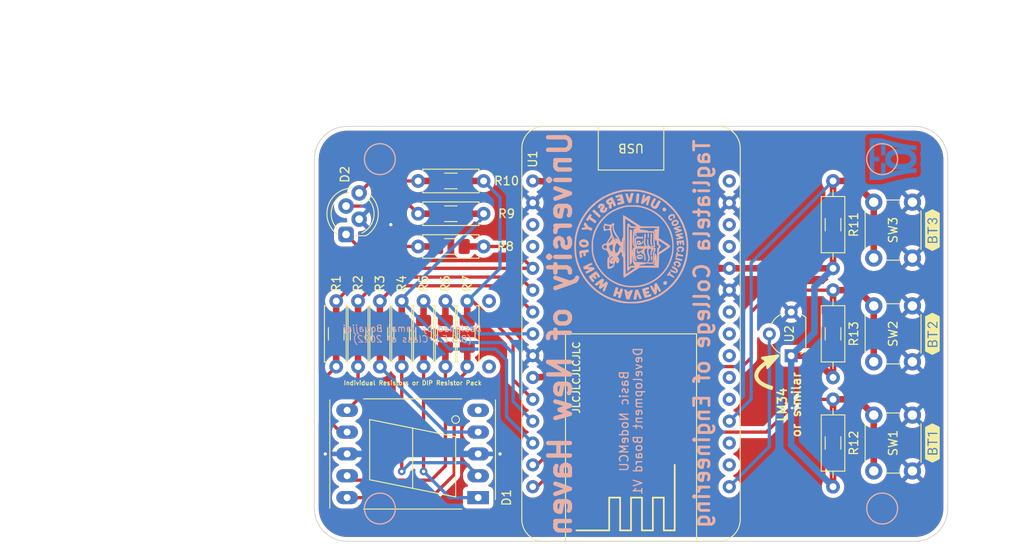
<source format=kicad_pcb>
(kicad_pcb (version 20210228) (generator pcbnew)
  (layers (0 "F.Cu" signal) (31 "B.Cu" signal) (34 "B.Paste" user) (35 "F.Paste" user) (36 "B.SilkS" user "B.Silkscreen") (37 "F.SilkS" user "F.Silkscreen") (38 "B.Mask" user) (39 "F.Mask" user) (44 "Edge.Cuts" user))
  (net 0 "")
  (net 1 "Net-(D1-Pad4)")
  (net 2 "+3V3")
  (net 3 "/BT2")
  (net 4 "/BT1")
  (net 5 "/SEGG")
  (net 6 "/SEGF")
  (net 7 "/SEGE")
  (net 8 "/SEGD")
  (net 9 "/SEGC")
  (net 10 "/SEGB")
  (net 11 "/SEGA")
  (net 12 "GND")
  (net 13 "Net-(D1-Pad2)")
  (net 22 "/TEMP")
  (net 23 "Net-(D1-Pad1)")
  (net 27 "Net-(D1-Pad9)")
  (net 28 "Net-(D1-Pad10)")
  (net 29 "Net-(D2-Pad1)")
  (net 30 "Net-(D2-Pad3)")
  (net 33 "Net-(D2-Pad4)")
  (net 34 "/BT3")
  (net 35 "Net-(D1-Pad7)")
  (net 36 "Net-(D1-Pad6)")
  (footprint "Resistor_SMD:R_1206_3216Metric_Pad1.30x1.75mm_HandSolder" (layer "F.Cu") (at 182.88 51.435 -90)
    (fp_text reference "SMD-R7" hide)
    (fp_text value "1k")
    (pad "1" smd roundrect (at -1.55 0 270) (size 1.3 1.75) (layers "F.Cu" "F.Paste" "F.Mask") (roundrect_rratio 0.1923076923076923) (net 5 "/SEGG"))
    (pad "2" smd roundrect (at 1.55 0 270) (size 1.3 1.75) (layers "F.Cu" "F.Paste" "F.Mask") (roundrect_rratio 0.1923076923076923) (net 28 "Net-(D1-Pad10)"))
  )
  (footprint "Resistor_THT:R_Axial_DIN0207_L6.3mm_D2.5mm_P7.62mm_Horizontal" (layer "F.Cu") (at 184.785 33.655 180)
    (fp_text reference "R10" (at -2.667 0 180) (layer "F.SilkS"))
    (fp_text value "1k")
    (pad "1" thru_hole circle (at 0 0 180) (size 1.6 1.6) (drill 0.8) (layers *.Cu *.Mask) (net 5 "/SEGG"))
    (pad "2" thru_hole oval (at 7.62 0 180) (size 1.6 1.6) (drill 0.8) (layers *.Cu *.Mask) (net 33 "Net-(D2-Pad4)"))
  )
  (footprint "Resistor_THT:R_Axial_DIN0207_L6.3mm_D2.5mm_P7.62mm_Horizontal" (layer "F.Cu") (at 182.88 47.625 -90)
    (fp_text reference "R7" (at -2.032 0 90) (layer "F.SilkS"))
    (fp_text value "1k")
    (pad "1" thru_hole circle (at 0 0 270) (size 1.6 1.6) (drill 0.8) (layers *.Cu *.Mask) (net 5 "/SEGG"))
    (pad "2" thru_hole oval (at 7.62 0 270) (size 1.6 1.6) (drill 0.8) (layers *.Cu *.Mask) (net 28 "Net-(D1-Pad10)"))
  )
  (footprint "TestPoint:TestPoint_THTPad_D1.5mm_Drill0.7mm" (layer "F.Cu") (at 185.42 47.625)
    (fp_text reference "REF**" hide)
    (fp_text value "TestPoint_THTPad_D1.5mm_Drill0.7mm" hide)
    (pad "1" thru_hole circle (at 0 0) (size 1.6 1.6) (drill 0.8) (layers *.Cu *.Mask))
  )
  (footprint "Resistor_THT:R_Axial_DIN0207_L6.3mm_D2.5mm_P7.62mm_Horizontal" (layer "F.Cu") (at 175.26 47.625 -90)
    (fp_text reference "R4" (at -2.032 0 90) (layer "F.SilkS"))
    (fp_text value "1k")
    (pad "1" thru_hole circle (at 0 0 270) (size 1.6 1.6) (drill 0.8) (layers *.Cu *.Mask) (net 8 "/SEGD"))
    (pad "2" thru_hole oval (at 7.62 0 270) (size 1.6 1.6) (drill 0.8) (layers *.Cu *.Mask) (net 13 "Net-(D1-Pad2)"))
  )
  (footprint "Resistor_THT:R_Axial_DIN0207_L6.3mm_D2.5mm_P7.62mm_Horizontal" (layer "F.Cu") (at 172.72 47.625 -90)
    (fp_text reference "R3" (at -2.032 0 90) (layer "F.SilkS"))
    (fp_text value "1k")
    (pad "1" thru_hole circle (at 0 0 270) (size 1.6 1.6) (drill 0.8) (layers *.Cu *.Mask) (net 9 "/SEGC"))
    (pad "2" thru_hole oval (at 7.62 0 270) (size 1.6 1.6) (drill 0.8) (layers *.Cu *.Mask) (net 1 "Net-(D1-Pad4)"))
  )
  (footprint "buzzardLabel" (layer "F.Cu") (at 236.982 64.135 90)
    (fp_text reference "" (at 0 -8.89 90) (layer "F.SilkS") (effects (font (size 1.27 1.27))))
    (fp_text value "" (at 0 -8.89 90) (layer "F.SilkS") (effects (font (size 1.27 1.27))))
  )
  (footprint "Logo:NPN_6x6mm" (layer "F.Cu") (at 219.71 31.115 90)
    (fp_text reference "Ref**" hide)
    (fp_text value "Val**" hide)
  )
  (footprint "Resistor_THT:R_Axial_DIN0207_L6.3mm_D2.5mm_P7.62mm_Horizontal" (layer "F.Cu") (at 180.34 47.625 -90)
    (fp_text reference "R6" (at -2.032 0 90) (layer "F.SilkS"))
    (fp_text value "1k")
    (pad "1" thru_hole circle (at 0 0 270) (size 1.6 1.6) (drill 0.8) (layers *.Cu *.Mask) (net 6 "/SEGF"))
    (pad "2" thru_hole oval (at 7.62 0 270) (size 1.6 1.6) (drill 0.8) (layers *.Cu *.Mask) (net 27 "Net-(D1-Pad9)"))
  )
  (footprint "Resistor_THT:R_Axial_DIN0207_L6.3mm_D2.5mm_P7.62mm_Horizontal" (layer "F.Cu") (at 177.8 47.625 -90)
    (fp_text reference "R5" (at -2.032 0 90) (layer "F.SilkS"))
    (fp_text value "1k")
    (pad "1" thru_hole circle (at 0 0 270) (size 1.6 1.6) (drill 0.8) (layers *.Cu *.Mask) (net 7 "/SEGE"))
    (pad "2" thru_hole oval (at 7.62 0 270) (size 1.6 1.6) (drill 0.8) (layers *.Cu *.Mask) (net 23 "Net-(D1-Pad1)"))
  )
  (footprint "Package_TO_SOT_THT:TO-92L_Wide" (layer "F.Cu") (at 220.5575 53.985 90)
    (fp_text reference "U2" (at 2.55 -0.2125 90) (layer "F.SilkS"))
    (fp_text value "LM35-LP")
    (pad "1" thru_hole rect (at 0 0 90) (size 1.5 1.5) (drill 0.8) (layers *.Cu *.Mask) (net 2 "+3V3"))
    (pad "2" thru_hole circle (at 2.54 -2.54 90) (size 1.5 1.5) (drill 0.8) (layers *.Cu *.Mask) (net 22 "/TEMP"))
    (pad "3" thru_hole circle (at 5.08 0 90) (size 1.5 1.5) (drill 0.8) (layers *.Cu *.Mask) (net 12 "GND"))
  )
  (footprint "Resistor_THT:R_Axial_DIN0207_L6.3mm_D2.5mm_P7.62mm_Horizontal" (layer "F.Cu") (at 167.64 47.625 -90)
    (fp_text reference "R1" (at -2.032 0 90) (layer "F.SilkS"))
    (fp_text value "1k")
    (pad "1" thru_hole circle (at 0 0 270) (size 1.6 1.6) (drill 0.8) (layers *.Cu *.Mask) (net 11 "/SEGA"))
    (pad "2" thru_hole oval (at 7.62 0 270) (size 1.6 1.6) (drill 0.8) (layers *.Cu *.Mask) (net 35 "Net-(D1-Pad7)"))
  )
  (footprint "TestPoint:TestPoint_THTPad_D1.5mm_Drill0.7mm" (layer "F.Cu") (at 185.42 55.245)
    (fp_text reference "REF**" hide)
    (fp_text value "TestPoint_THTPad_D1.5mm_Drill0.7mm" hide)
    (pad "1" thru_hole circle (at 0 0) (size 1.6 1.6) (drill 0.8) (layers *.Cu *.Mask))
  )
  (footprint "Resistor_SMD:R_1206_3216Metric_Pad1.30x1.75mm_HandSolder" (layer "F.Cu") (at 180.975 37.465 180)
    (fp_text reference "SMD-R9" hide)
    (fp_text value "1k")
    (pad "1" smd roundrect (at -1.55 0 180) (size 1.3 1.75) (layers "F.Cu" "F.Paste" "F.Mask") (roundrect_rratio 0.1923076923076923) (net 8 "/SEGD"))
    (pad "2" smd roundrect (at 1.55 0 180) (size 1.3 1.75) (layers "F.Cu" "F.Paste" "F.Mask") (roundrect_rratio 0.1923076923076923) (net 30 "Net-(D2-Pad3)"))
  )
  (footprint "Resistor_THT:R_Axial_DIN0207_L6.3mm_D2.5mm_P10.16mm_Horizontal" (layer "F.Cu") (at 225.425 69.215 90)
    (fp_text reference "R12" (at 5.08 2.413 90) (layer "F.SilkS"))
    (fp_text value "1k")
    (pad "1" thru_hole circle (at 0 0 90) (size 1.6 1.6) (drill 0.8) (layers *.Cu *.Mask) (net 2 "+3V3"))
    (pad "2" thru_hole oval (at 10.16 0 90) (size 1.6 1.6) (drill 0.8) (layers *.Cu *.Mask) (net 4 "/BT1"))
  )
  (footprint "Resistor_THT:R_Axial_DIN0207_L6.3mm_D2.5mm_P7.62mm_Horizontal" (layer "F.Cu") (at 184.785 37.465 180)
    (fp_text reference "R9" (at -2.667 0) (layer "F.SilkS"))
    (fp_text value "1k")
    (pad "1" thru_hole circle (at 0 0 180) (size 1.6 1.6) (drill 0.8) (layers *.Cu *.Mask) (net 8 "/SEGD"))
    (pad "2" thru_hole oval (at 7.62 0 180) (size 1.6 1.6) (drill 0.8) (layers *.Cu *.Mask) (net 30 "Net-(D2-Pad3)"))
  )
  (footprint "Resistor_SMD:R_1206_3216Metric_Pad1.30x1.75mm_HandSolder" (layer "F.Cu") (at 175.26 51.435 -90)
    (fp_text reference "SMD-R4" hide)
    (fp_text value "1k")
    (pad "1" smd roundrect (at -1.55 0 270) (size 1.3 1.75) (layers "F.Cu" "F.Paste" "F.Mask") (roundrect_rratio 0.1923076923076923) (net 8 "/SEGD"))
    (pad "2" smd roundrect (at 1.55 0 270) (size 1.3 1.75) (layers "F.Cu" "F.Paste" "F.Mask") (roundrect_rratio 0.1923076923076923) (net 13 "Net-(D1-Pad2)"))
  )
  (footprint "Resistor_SMD:R_1206_3216Metric_Pad1.30x1.75mm_HandSolder" (layer "F.Cu") (at 177.8 51.435 -90)
    (fp_text reference "SMD-R5" hide)
    (fp_text value "1k")
    (pad "1" smd roundrect (at -1.55 0 270) (size 1.3 1.75) (layers "F.Cu" "F.Paste" "F.Mask") (roundrect_rratio 0.1923076923076923) (net 7 "/SEGE"))
    (pad "2" smd roundrect (at 1.55 0 270) (size 1.3 1.75) (layers "F.Cu" "F.Paste" "F.Mask") (roundrect_rratio 0.1923076923076923) (net 23 "Net-(D1-Pad1)"))
  )
  (footprint "Resistor_SMD:R_1206_3216Metric_Pad1.30x1.75mm_HandSolder" (layer "F.Cu") (at 170.18 51.435 -90)
    (fp_text reference "SMD-R2" hide)
    (fp_text value "1k")
    (pad "1" smd roundrect (at -1.55 0 270) (size 1.3 1.75) (layers "F.Cu" "F.Paste" "F.Mask") (roundrect_rratio 0.1923076923076923) (net 10 "/SEGB"))
    (pad "2" smd roundrect (at 1.55 0 270) (size 1.3 1.75) (layers "F.Cu" "F.Paste" "F.Mask") (roundrect_rratio 0.1923076923076923) (net 36 "Net-(D1-Pad6)"))
  )
  (footprint "Resistor_SMD:R_1206_3216Metric_Pad1.30x1.75mm_HandSolder" (layer "F.Cu") (at 172.72 51.435 -90)
    (fp_text reference "SMD-R3" hide)
    (fp_text value "1k")
    (pad "1" smd roundrect (at -1.55 0 270) (size 1.3 1.75) (layers "F.Cu" "F.Paste" "F.Mask") (roundrect_rratio 0.1923076923076923) (net 9 "/SEGC"))
    (pad "2" smd roundrect (at 1.55 0 270) (size 1.3 1.75) (layers "F.Cu" "F.Paste" "F.Mask") (roundrect_rratio 0.1923076923076923) (net 1 "Net-(D1-Pad4)"))
  )
  (footprint "Resistor_SMD:R_1206_3216Metric_Pad1.30x1.75mm_HandSolder" (layer "F.Cu") (at 225.425 64.135 -90)
    (fp_text reference "SMD-R12" hide)
    (fp_text value "1k")
    (pad "1" smd roundrect (at -1.55 0 270) (size 1.3 1.75) (layers "F.Cu" "F.Paste" "F.Mask") (roundrect_rratio 0.1923076923076923) (net 4 "/BT1"))
    (pad "2" smd roundrect (at 1.55 0 270) (size 1.3 1.75) (layers "F.Cu" "F.Paste" "F.Mask") (roundrect_rratio 0.1923076923076923) (net 2 "+3V3"))
  )
  (footprint "NodeMCU:NodeMCU V2" (layer "F.Cu") (at 201.93 51.435 180)
    (fp_text reference "U1" (at 11.43 20.32 90 unlocked) (layer "F.SilkS"))
    (fp_text value "NodeMCU_1.0_(ESP-12E)")
    (pad "1" thru_hole circle (at -11.43 -17.78 180) (size 1.524 1.524) (drill 0.762) (layers *.Cu *.Mask) (net 22 "/TEMP"))
    (pad "2" thru_hole circle (at -11.43 -15.24 180) (size 1.524 1.524) (drill 0.762) (layers *.Cu *.Mask))
    (pad "3" thru_hole circle (at -11.43 -12.7 180) (size 1.524 1.524) (drill 0.762) (layers *.Cu *.Mask))
    (pad "4" thru_hole circle (at -11.43 -10.16 180) (size 1.524 1.524) (drill 0.762) (layers *.Cu *.Mask) (net 34 "/BT3"))
    (pad "5" thru_hole circle (at -11.43 -7.62 180) (size 1.524 1.524) (drill 0.762) (layers *.Cu *.Mask))
    (pad "6" thru_hole circle (at -11.43 -5.08 180) (size 1.524 1.524) (drill 0.762) (layers *.Cu *.Mask))
    (pad "7" thru_hole circle (at -11.43 -2.54 180) (size 1.524 1.524) (drill 0.762) (layers *.Cu *.Mask))
    (pad "8" thru_hole circle (at -11.43 0 180) (size 1.524 1.524) (drill 0.762) (layers *.Cu *.Mask))
    (pad "9" thru_hole circle (at -11.43 2.54 180) (size 1.524 1.524) (drill 0.762) (layers *.Cu *.Mask))
    (pad "10" thru_hole circle (at -11.43 5.08 180) (size 1.524 1.524) (drill 0.762) (layers *.Cu *.Mask) (net 12 "GND"))
    (pad "11" thru_hole circle (at -11.43 7.62 180) (size 1.524 1.524) (drill 0.762) (layers *.Cu *.Mask) (net 2 "+3V3"))
    (pad "12" thru_hole circle (at -11.43 10.16 180) (size 1.524 1.524) (drill 0.762) (layers *.Cu *.Mask))
    (pad "13" thru_hole circle (at -11.43 12.7 180) (size 1.524 1.524) (drill 0.762) (layers *.Cu *.Mask))
    (pad "14" thru_hole circle (at -11.43 15.24 180) (size 1.524 1.524) (drill 0.762) (layers *.Cu *.Mask) (net 12 "GND"))
    (pad "15" thru_hole circle (at -11.43 17.78 180) (size 1.524 1.524) (drill 0.762) (layers *.Cu *.Mask))
    (pad "16" thru_hole circle (at 11.43 17.78 180) (size 1.524 1.524) (drill 0.762) (layers *.Cu *.Mask) (net 2 "+3V3"))
    (pad "17" thru_hole circle (at 11.43 15.24 180) (size 1.524 1.524) (drill 0.762) (layers *.Cu *.Mask) (net 12 "GND"))
    (pad "18" thru_hole circle (at 11.43 12.7 180) (size 1.524 1.524) (drill 0.762) (layers *.Cu *.Mask))
    (pad "19" thru_hole circle (at 11.43 10.16 180) (size 1.524 1.524) (drill 0.762) (layers *.Cu *.Mask))
    (pad "20" thru_hole circle (at 11.43 7.62 180) (size 1.524 1.524) (drill 0.762) (layers *.Cu *.Mask) (net 11 "/SEGA"))
    (pad "21" thru_hole circle (at 11.43 5.08 180) (size 1.524 1.524) (drill 0.762) (layers *.Cu *.Mask) (net 10 "/SEGB"))
    (pad "22" thru_hole circle (at 11.43 2.54 180) (size 1.524 1.524) (drill 0.762) (layers *.Cu *.Mask) (net 9 "/SEGC"))
    (pad "23" thru_hole circle (at 11.43 0 180) (size 1.524 1.524) (drill 0.762) (layers *.Cu *.Mask) (net 6 "/SEGF"))
    (pad "24" thru_hole circle (at 11.43 -2.54 180) (size 1.524 1.524) (drill 0.762) (layers *.Cu *.Mask) (net 12 "GND"))
    (pad "25" thru_hole circle (at 11.43 -5.08 180) (size 1.524 1.524) (drill 0.762) (layers *.Cu *.Mask) (net 2 "+3V3"))
    (pad "26" thru_hole circle (at 11.43 -7.62 180) (size 1.524 1.524) (drill 0.762) (layers *.Cu *.Mask) (net 5 "/SEGG"))
    (pad "27" thru_hole circle (at 11.43 -10.16 180) (size 1.524 1.524) (drill 0.762) (layers *.Cu *.Mask) (net 7 "/SEGE"))
    (pad "28" thru_hole circle (at 11.43 -12.7 180) (size 1.524 1.524) (drill 0.762) (layers *.Cu *.Mask) (net 8 "/SEGD"))
    (pad "29" thru_hole circle (at 11.43 -15.24 180) (size 1.524 1.524) (drill 0.762) (layers *.Cu *.Mask) (net 3 "/BT2"))
    (pad "30" thru_hole circle (at 11.43 -17.78 180) (size 1.524 1.524) (drill 0.762) (layers *.Cu *.Mask) (net 4 "/BT1"))
  )
  (footprint "buzzardLabel" (layer "F.Cu") (at 236.982 51.435 90)
    (fp_text reference "" (at 0 -8.89 90) (layer "F.SilkS") (effects (font (size 1.27 1.27))))
    (fp_text value "" (at 0 -8.89 90) (layer "F.SilkS") (effects (font (size 1.27 1.27))))
  )
  (footprint "Button_Switch_THT:SW_PUSH_6mm" (layer "F.Cu") (at 230.16 42.62 90)
    (fp_text reference "SW3" (at 3.25 2.25 90) (layer "F.SilkS"))
    (fp_text value "SW_Push")
    (pad "1" thru_hole circle (at 0 0 180) (size 2 2) (drill 1.1) (layers *.Cu *.Mask) (net 34 "/BT3"))
    (pad "1" thru_hole circle (at 6.5 0 180) (size 2 2) (drill 1.1) (layers *.Cu *.Mask) (net 34 "/BT3"))
    (pad "2" thru_hole circle (at 0 4.5 180) (size 2 2) (drill 1.1) (layers *.Cu *.Mask) (net 12 "GND"))
    (pad "2" thru_hole circle (at 6.5 4.5 180) (size 2 2) (drill 1.1) (layers *.Cu *.Mask) (net 12 "GND"))
  )
  (footprint "Resistor_SMD:R_1206_3216Metric_Pad1.30x1.75mm_HandSolder" (layer "F.Cu") (at 180.34 51.435 -90)
    (fp_text reference "SMD-R6" hide)
    (fp_text value "1k")
    (pad "1" smd roundrect (at -1.55 0 270) (size 1.3 1.75) (layers "F.Cu" "F.Paste" "F.Mask") (roundrect_rratio 0.1923076923076923) (net 6 "/SEGF"))
    (pad "2" smd roundrect (at 1.55 0 270) (size 1.3 1.75) (layers "F.Cu" "F.Paste" "F.Mask") (roundrect_rratio 0.1923076923076923) (net 27 "Net-(D1-Pad9)"))
  )
  (footprint "Resistor_SMD:R_1206_3216Metric_Pad1.30x1.75mm_HandSolder" (layer "F.Cu") (at 167.64 51.435 -90)
    (fp_text reference "SMD-R1" hide)
    (fp_text value "1k")
    (pad "1" smd roundrect (at -1.55 0 270) (size 1.3 1.75) (layers "F.Cu" "F.Paste" "F.Mask") (roundrect_rratio 0.1923076923076923) (net 11 "/SEGA"))
    (pad "2" smd roundrect (at 1.55 0 270) (size 1.3 1.75) (layers "F.Cu" "F.Paste" "F.Mask") (roundrect_rratio 0.1923076923076923) (net 35 "Net-(D1-Pad7)"))
  )
  (footprint "Button_Switch_THT:SW_PUSH_6mm" (layer "F.Cu") (at 230.16 67.385 90)
    (fp_text reference "SW1" (at 3.25 2.25 90) (layer "F.SilkS"))
    (fp_text value "SW_Push")
    (pad "1" thru_hole circle (at 0 0 180) (size 2 2) (drill 1.1) (layers *.Cu *.Mask) (net 4 "/BT1"))
    (pad "1" thru_hole circle (at 6.5 0 180) (size 2 2) (drill 1.1) (layers *.Cu *.Mask) (net 4 "/BT1"))
    (pad "2" thru_hole circle (at 0 4.5 180) (size 2 2) (drill 1.1) (layers *.Cu *.Mask) (net 12 "GND"))
    (pad "2" thru_hole circle (at 6.5 4.5 180) (size 2 2) (drill 1.1) (layers *.Cu *.Mask) (net 12 "GND"))
  )
  (footprint "Resistor_THT:R_Axial_DIN0207_L6.3mm_D2.5mm_P10.16mm_Horizontal" (layer "F.Cu") (at 225.425 56.515 90)
    (fp_text reference "R13" (at 5.08 2.413 90) (layer "F.SilkS"))
    (fp_text value "1k")
    (pad "1" thru_hole circle (at 0 0 90) (size 1.6 1.6) (drill 0.8) (layers *.Cu *.Mask) (net 2 "+3V3"))
    (pad "2" thru_hole oval (at 10.16 0 90) (size 1.6 1.6) (drill 0.8) (layers *.Cu *.Mask) (net 3 "/BT2"))
  )
  (footprint "Resistor_THT:R_Axial_DIN0207_L6.3mm_D2.5mm_P10.16mm_Horizontal" (layer "F.Cu") (at 225.425 43.815 90)
    (fp_text reference "R11" (at 5.08 2.413 90) (layer "F.SilkS"))
    (fp_text value "1k")
    (pad "1" thru_hole circle (at 0 0 90) (size 1.6 1.6) (drill 0.8) (layers *.Cu *.Mask) (net 2 "+3V3"))
    (pad "2" thru_hole oval (at 10.16 0 90) (size 1.6 1.6) (drill 0.8) (layers *.Cu *.Mask) (net 34 "/BT3"))
  )
  (footprint "Resistor_SMD:R_1206_3216Metric_Pad1.30x1.75mm_HandSolder" (layer "F.Cu") (at 180.975 41.275 180)
    (fp_text reference "SMD-R8" hide)
    (fp_text value "1k")
    (pad "1" smd roundrect (at -1.55 0 180) (size 1.3 1.75) (layers "F.Cu" "F.Paste" "F.Mask") (roundrect_rratio 0.1923076923076923) (net 11 "/SEGA"))
    (pad "2" smd roundrect (at 1.55 0 180) (size 1.3 1.75) (layers "F.Cu" "F.Paste" "F.Mask") (roundrect_rratio 0.1923076923076923) (net 29 "Net-(D2-Pad1)"))
  )
  (footprint "buzzardLabel" (layer "F.Cu") (at 236.982 39.37 90)
    (fp_text reference "" (at 0 -8.89 90) (layer "F.SilkS") (effects (font (size 1.27 1.27))))
    (fp_text value "" (at 0 -8.89 90) (layer "F.SilkS") (effects (font (size 1.27 1.27))))
  )
  (footprint "Resistor_THT:R_Axial_DIN0207_L6.3mm_D2.5mm_P7.62mm_Horizontal" (layer "F.Cu") (at 184.785 41.275 180)
    (fp_text reference "R8" (at -2.54 0 180) (layer "F.SilkS"))
    (fp_text value "1k")
    (pad "1" thru_hole circle (at 0 0 180) (size 1.6 1.6) (drill 0.8) (layers *.Cu *.Mask) (net 11 "/SEGA"))
    (pad "2" thru_hole oval (at 7.62 0 180) (size 1.6 1.6) (drill 0.8) (layers *.Cu *.Mask) (net 29 "Net-(D2-Pad1)"))
  )
  (footprint "Resistor_SMD:R_1206_3216Metric_Pad1.30x1.75mm_HandSolder" (layer "F.Cu") (at 225.425 38.735 -90)
    (fp_text reference "SMD-R11" hide)
    (fp_text value "1k")
    (pad "1" smd roundrect (at -1.55 0 270) (size 1.3 1.75) (layers "F.Cu" "F.Paste" "F.Mask") (roundrect_rratio 0.1923076923076923) (net 34 "/BT3"))
    (pad "2" smd roundrect (at 1.55 0 270) (size 1.3 1.75) (layers "F.Cu" "F.Paste" "F.Mask") (roundrect_rratio 0.1923076923076923) (net 2 "+3V3"))
  )
  (footprint "Button_Switch_THT:SW_PUSH_6mm" (layer "F.Cu") (at 230.16 54.685 90)
    (fp_text reference "SW2" (at 3.25 2.25 270) (layer "F.SilkS"))
    (fp_text value "SW_Push")
    (pad "1" thru_hole circle (at 0 0 180) (size 2 2) (drill 1.1) (layers *.Cu *.Mask) (net 3 "/BT2"))
    (pad "1" thru_hole circle (at 6.5 0 180) (size 2 2) (drill 1.1) (layers *.Cu *.Mask) (net 3 "/BT2"))
    (pad "2" thru_hole circle (at 6.5 4.5 180) (size 2 2) (drill 1.1) (layers *.Cu *.Mask) (net 12 "GND"))
    (pad "2" thru_hole circle (at 0 4.5 180) (size 2 2) (drill 1.1) (layers *.Cu *.Mask) (net 12 "GND"))
  )
  (footprint "Resistor_THT:R_Axial_DIN0207_L6.3mm_D2.5mm_P7.62mm_Horizontal" (layer "F.Cu") (at 170.18 47.625 -90)
    (fp_text reference "R2" (at -2.032 0 90) (layer "F.SilkS"))
    (fp_text value "1k")
    (pad "1" thru_hole circle (at 0 0 270) (size 1.6 1.6) (drill 0.8) (layers *.Cu *.Mask) (net 10 "/SEGB"))
    (pad "2" thru_hole oval (at 7.62 0 270) (size 1.6 1.6) (drill 0.8) (layers *.Cu *.Mask) (net 36 "Net-(D1-Pad6)"))
  )
  (footprint "Display_7Segment:7SegmentLED_LTS6760_LTS6780" (layer "F.Cu") (at 184.15 70.485 180)
    (fp_text reference "D1" (at -3.302 0 90) (layer "F.SilkS"))
    (fp_text value "SM420561N")
    (pad "1" thru_hole rect (at 0 0 90) (size 1.524 2.524) (drill 0.8) (layers *.Cu *.Mask) (net 23 "Net-(D1-Pad1)"))
    (pad "2" thru_hole oval (at 0 2.54 90) (size 1.524 2.524) (drill 0.8) (layers *.Cu *.Mask) (net 13 "Net-(D1-Pad2)"))
    (pad "3" thru_hole oval (at 0 5.08 90) (size 1.524 2.524) (drill 0.8) (layers *.Cu *.Mask) (net 12 "GND"))
    (pad "4" thru_hole oval (at 0 7.62 90) (size 1.524 2.524) (drill 0.8) (layers *.Cu *.Mask) (net 1 "Net-(D1-Pad4)"))
    (pad "5" thru_hole oval (at 0 10.16 90) (size 1.524 2.524) (drill 0.8) (layers *.Cu *.Mask))
    (pad "6" thru_hole oval (at 15.24 10.16 90) (size 1.524 2.524) (drill 0.8) (layers *.Cu *.Mask) (net 36 "Net-(D1-Pad6)"))
    (pad "7" thru_hole oval (at 15.24 7.62 90) (size 1.524 2.524) (drill 0.8) (layers *.Cu *.Mask) (net 35 "Net-(D1-Pad7)"))
    (pad "8" thru_hole oval (at 15.24 5.08 90) (size 1.524 2.524) (drill 0.8) (layers *.Cu *.Mask) (net 12 "GND"))
    (pad "9" thru_hole oval (at 15.24 2.54 90) (size 1.524 2.524) (drill 0.8) (layers *.Cu *.Mask) (net 27 "Net-(D1-Pad9)"))
    (pad "10" thru_hole oval (at 15.24 0 90) (size 1.524 2.524) (drill 0.8) (layers *.Cu *.Mask) (net 28 "Net-(D1-Pad10)"))
  )
  (footprint "Resistor_SMD:R_1206_3216Metric_Pad1.30x1.75mm_HandSolder" (layer "F.Cu") (at 180.975 33.655 180)
    (fp_text reference "SMD-R10" hide)
    (fp_text value "1k")
    (pad "1" smd roundrect (at -1.55 0 180) (size 1.3 1.75) (layers "F.Cu" "F.Paste" "F.Mask") (roundrect_rratio 0.1923076923076923) (net 5 "/SEGG"))
    (pad "2" smd roundrect (at 1.55 0 180) (size 1.3 1.75) (layers "F.Cu" "F.Paste" "F.Mask") (roundrect_rratio 0.1923076923076923) (net 33 "Net-(D2-Pad4)"))
  )
  (footprint "Resistor_SMD:R_1206_3216Metric_Pad1.30x1.75mm_HandSolder" (layer "F.Cu") (at 225.425 51.435 -90)
    (fp_text reference "SMD-R13" hide)
    (fp_text value "1k")
    (pad "1" smd roundrect (at -1.55 0 270) (size 1.3 1.75) (layers "F.Cu" "F.Paste" "F.Mask") (roundrect_rratio 0.1923076923076923) (net 3 "/BT2"))
    (pad "2" smd roundrect (at 1.55 0 270) (size 1.3 1.75) (layers "F.Cu" "F.Paste" "F.Mask") (roundrect_rratio 0.1923076923076923) (net 2 "+3V3"))
  )
  (footprint "LED_THT:LED_D5.0mm-4_RGB_Staggered_Pins" (layer "F.Cu") (at 168.785 39.875 90)
    (fp_text reference "D2" (at 6.982 -0.129 90) (layer "F.SilkS"))
    (fp_text value "LED_RKGB")
    (pad "1" thru_hole roundrect (at 0 0 90) (size 1.8 1.8) (drill 0.9) (layers *.Cu *.Mask) (net 29 "Net-(D2-Pad1)"))
    (pad "2" thru_hole circle (at 1.778 1.524 90) (size 1.8 1.8) (drill 0.9) (layers *.Cu *.Mask) (net 12 "GND"))
    (pad "3" thru_hole circle (at 3.302 0 90) (size 1.8 1.8) (drill 0.9) (layers *.Cu *.Mask) (net 30 "Net-(D2-Pad3)"))
    (pad "4" thru_hole circle (at 4.826 1.524 90) (size 1.8 1.8) (drill 0.9) (layers *.Cu *.Mask) (net 33 "Net-(D2-Pad4)"))
  )
  (footprint "Logo:NPN_6x6mm" (layer "B.Cu") (at 219.71 71.755 -90)
    (fp_text reference "Ref**" hide)
    (fp_text value "Val**" hide)
  )
  (footprint "Logo:new_707_logo_6x6.6" (layer "B.Cu") (at 232.41 31.115 -90)
    (fp_text reference "G***" hide)
    (fp_text value "LOGO" hide)
    (fp_poly (pts (xy 2.41819 1.372249) (xy 2.396664 1.305673) (xy 2.379427 1.250958) (xy 2.359666 1.185745) (xy 2.337697 1.111195) (xy 2.313836 1.028468) (xy 2.288401 0.938727) (xy 2.261706 0.843133) (xy 2.23407 0.742846) (xy 2.205808 0.639029) (xy 2.177237 0.532842) (xy 2.148673 0.425447) (xy 2.120432 0.318004) (xy 2.092833 0.211677) (xy 2.066189 0.107624) (xy 2.040819 0.007009) (xy 2.021235 -0.071924) (xy 1.956662 -0.339246) (xy 1.897184 -0.595728) (xy 1.842798 -0.841394) (xy 1.793498 -1.076268) (xy 1.749281 -1.300375) (xy 1.710143 -1.513739) (xy 1.67608 -1.716382) (xy 1.647087 -1.90833) (xy 1.62316 -2.089605) (xy 1.604295 -2.260233) (xy 1.590488 -2.420237) (xy 1.581735 -2.569641) (xy 1.580429 -2.602705) (xy 1.576303 -2.718214) (xy 1.062083 -2.718214) (xy 1.062141 -2.638708) (xy 1.063324 -2.554964) (xy 1.066776 -2.461521) (xy 1.072519 -2.358057) (xy 1.080578 -2.24425) (xy 1.090976 -2.119777) (xy 1.103737 -1.984317) (xy 1.118885 -1.837546) (xy 1.125272 -1.778743) (xy 1.125539 -1.770387) (xy 1.123318 -1.772036) (xy 1.118434 -1.784104) (xy 1.110713 -1.807007) (xy 1.102458 -1.833145) (xy 1.058045 -1.961649) (xy 1.007753 -2.079761) (xy 0.951491 -2.187601) (xy 0.889168 -2.285291) (xy 0.820694 -2.37295) (xy 0.745978 -2.4507) (xy 0.664929 -2.51866) (xy 0.577456 -2.576952) (xy 0.519041 -2.60875) (xy 0.438495 -2.644961) (xy 0.356109 -2.673463) (xy 0.270069 -2.694638) (xy 0.178559 -2.708869) (xy 0.079767 -2.716538) (xy 0 -2.718214) (xy -0.105586 -2.715192) (xy -0.202524 -2.705874) (xy -0.29261 -2.68988) (xy -0.377636 -2.666833) (xy -0.459397 -2.636355) (xy -0.518914 -2.608763) (xy -0.575805 -2.578348) (xy -0.626451 -2.546848) (xy -0.674082 -2.511916) (xy -0.721928 -2.471205) (xy -0.767136 -2.42838) (xy -0.837043 -2.352516) (xy -0.900815 -2.268394) (xy -0.958772 -2.175448) (xy -1.011234 -2.073109) (xy -1.058521 -1.96081) (xy -1.100951 -1.837985) (xy -1.102459 -1.833145) (xy -1.112554 -1.801355) (xy -1.119673 -1.780729) (xy -1.123992 -1.770853) (xy -1.125683 -1.77131) (xy -1.125272 -1.778743) (xy -1.109211 -1.929896) (xy -1.095546 -2.069616) (xy -1.084253 -2.198226) (xy -1.075308 -2.316048) (xy -1.068687 -2.423404) (xy -1.064368 -2.520617) (xy -1.062325 -2.608009) (xy -1.062141 -2.638708) (xy -1.062084 -2.718214) (xy -1.578125 -2.718214) (xy -1.578212 -2.66871) (xy -1.578816 -2.634732) (xy -1.580429 -2.591312) (xy -1.582904 -2.540957) (xy -1.586093 -2.486169) (xy -1.589848 -2.429455) (xy -1.594021 -2.373318) (xy -1.598464 -2.320262) (xy -1.599378 -2.310182) (xy -1.6157 -2.152954) (xy -1.636703 -1.985137) (xy -1.6623 -1.807156) (xy -1.674009 -1.734137) (xy -1.13409 -1.734137) (xy -1.131894 -1.739076) (xy -1.130089 -1.738137) (xy -1.129371 -1.731016) (xy -1.130089 -1.730137) (xy -1.133657 -1.73096) (xy -1.13409 -1.734137) (xy -1.674009 -1.734137) (xy -1.692403 -1.619436) (xy -1.726926 -1.422401) (xy -1.76578 -1.216477) (xy -1.80888 -1.002087) (xy -1.856137 -0.779656) (xy -1.907464 -0.549609) (xy -1.962775 -0.312371) (xy -2.021982 -0.068366) (xy -2.084998 0.181981) (xy -2.151735 0.438246) (xy -2.203089 0.630049) (xy -2.219704 0.690959) (xy -2.237759 0.756343) (xy -2.256807 0.824641) (xy -2.276402 0.894294) (xy -2.296098 0.963742) (xy -2.315448 1.031426) (xy -2.334005 1.095787) (xy -2.351324 1.155264) (xy -2.366958 1.208298) (xy -2.38046 1.25333) (xy -2.391384 1.2888) (xy -2.394035 1.297164) (xy -2.418191 1.372723) (xy -2.418191 2.202173) (xy -1.782141 2.202173) (xy -1.782141 1.39811) (xy -0.462037 1.39811) (xy -0.462037 0.882069) (xy -1.654092 0.882069) (xy -1.633705 0.811564) (xy -1.612682 0.736506) (xy -1.589905 0.650823) (xy -1.565654 0.555718) (xy -1.540209 0.452391) (xy -1.513853 0.342047) (xy -1.486865 0.225886) (xy -1.459526 0.10511) (xy -1.432117 -0.019077) (xy -1.404919 -0.145475) (xy -1.378213 -0.27288) (xy -1.362191 -0.351028) (xy -1.352471 -0.399569) (xy -1.341455 -0.455802) (xy -1.329457 -0.518034) (xy -1.31679 -0.584571) (xy -1.303767 -0.65372) (xy -1.290703 -0.723787) (xy -1.277909 -0.79308) (xy -1.265701 -0.859905) (xy -1.25439 -0.922568) (xy -1.244291 -0.979376) (xy -1.235718 -1.028636) (xy -1.228983 -1.068654) (xy -1.226416 -1.084586) (xy -1.222177 -1.111285) (xy -1.218678 -1.132997) (xy -1.216301 -1.147371) (xy -1.215433 -1.152091) (xy -1.215361 -1.1463) (xy -1.215293 -1.129757) (xy -1.215233 -1.103716) (xy -1.215182 -1.069426) (xy -1.215141 -1.028139) (xy -1.215113 -0.981104) (xy -1.215098 -0.929573) (xy -1.215096 -0.904572) (xy -1.215015 -0.871861) (xy -0.578397 -0.871861) (xy -0.578368 -0.935562) (xy -0.577835 -0.998034) (xy -0.576798 -1.057076) (xy -0.575256 -1.110484) (xy -0.57321 -1.156055) (xy -0.570978 -1.188094) (xy -0.556224 -1.321629) (xy -0.536432 -1.444449) (xy -0.511613 -1.556531) (xy -0.481779 -1.657853) (xy -0.446943 -1.748394) (xy -0.407116 -1.82813) (xy -0.36231 -1.89704) (xy -0.312538 -1.955102) (xy -0.25781 -2.002293) (xy -0.198138 -2.038592) (xy -0.133536 -2.063975) (xy -0.09602 -2.073253) (xy -0.050254 -2.07936) (xy 0.001035 -2.081273) (xy 0.052118 -2.078981) (xy 0.09136 -2.073667) (xy 0.159442 -2.054712) (xy 0.222489 -2.024867) (xy 0.2805 -1.984133) (xy 0.333473 -1.932515) (xy 0.381405 -1.870017) (xy 0.424295 -1.796641) (xy 0.452373 -1.734137) (xy 1.128089 -1.734137) (xy 1.130284 -1.739076) (xy 1.132089 -1.738137) (xy 1.132807 -1.731016) (xy 1.132089 -1.730137) (xy 1.128522 -1.73096) (xy 1.128089 -1.734137) (xy 0.452373 -1.734137) (xy 0.462142 -1.712392) (xy 0.494942 -1.617273) (xy 0.522695 -1.511286) (xy 0.545397 -1.394437) (xy 0.563049 -1.266728) (xy 0.570935 -1.188094) (xy 0.573405 -1.151406) (xy 0.575377 -1.104927) (xy 0.576849 -1.050857) (xy 0.577823 -0.991397) (xy 0.578297 -0.928746) (xy 0.578272 -0.865104) (xy 0.577749 -0.802671) (xy 0.576726 -0.743647) (xy 0.575204 -0.690232) (xy 0.573183 -0.644626) (xy 0.570935 -0.612049) (xy 0.556355 -0.479006) (xy 0.536862 -0.356852) (xy 0.512432 -0.245519) (xy 0.48304 -0.144936) (xy 0.448665 -0.055034) (xy 0.409281 0.024256) (xy 0.364867 0.093006) (xy 0.315398 0.151283) (xy 0.31284 0.153874) (xy 0.257941 0.201361) (xy 0.198552 0.237786) (xy 0.134369 0.263275) (xy 0.06509 0.277952) (xy 0 0.282022) (xy -0.074317 0.276576) (xy -0.143596 0.260237) (xy -0.207838 0.233005) (xy -0.267042 0.194882) (xy -0.321209 0.145866) (xy -0.370339 0.085958) (xy -0.414431 0.015158) (xy -0.453485 -0.066535) (xy -0.487502 -0.159119) (xy -0.516481 -0.262595) (xy -0.540422 -0.376962) (xy -0.559325 -0.502222) (xy -0.570978 -0.612049) (xy -0.57347 -0.648842) (xy -0.575458 -0.695424) (xy -0.576942 -0.749589) (xy -0.577922 -0.809136) (xy -0.578397 -0.871861) (xy -1.215015 -0.871861) (xy -1.214898 -0.82518) (xy -1.214226 -0.755741) (xy -1.212967 -0.694214) (xy -1.211005 -0.638555) (xy -1.208226 -0.586722) (xy -1.204515 -0.536674) (xy -1.199758 -0.486368) (xy -1.193839 -0.433761) (xy -1.186645 -0.376812) (xy -1.184599 -0.361397) (xy -1.160031 -0.208353) (xy -1.128529 -0.064457) (xy -1.090144 0.07015) (xy -1.044928 0.195327) (xy -0.992933 0.310934) (xy -0.934209 0.41683) (xy -0.868809 0.512876) (xy -0.8588 0.525945) (xy -0.833528 0.556539) (xy -0.802865 0.590706) (xy -0.769514 0.625669) (xy -0.73618 0.65865) (xy -0.705566 0.68687) (xy -0.687054 0.70242) (xy -0.601033 0.762983) (xy -0.508032 0.814086) (xy -0.408848 0.855413) (xy -0.304273 0.886649) (xy -0.195102 0.907477) (xy -0.160749 0.911739) (xy -0.123095 0.914741) (xy -0.076914 0.916737) (xy -0.025639 0.917727) (xy 0.027298 0.917711) (xy 0.078465 0.916689) (xy 0.124429 0.914662) (xy 0.160749 0.911739) (xy 0.273215 0.893972) (xy 0.379749 0.865814) (xy 0.480274 0.827347) (xy 0.574716 0.778654) (xy 0.663001 0.719817) (xy 0.745051 0.65092) (xy 0.820794 0.572043) (xy 0.890153 0.483272) (xy 0.953054 0.384687) (xy 1.009422 0.276372) (xy 1.059181 0.158409) (xy 1.102256 0.03088) (xy 1.138573 -0.10613) (xy 1.155145 -0.183015) (xy 1.169905 -0.261514) (xy 1.182255 -0.337648) (xy 1.192356 -0.413346) (xy 1.20037 -0.490535) (xy 1.206457 -0.571143) (xy 1.210779 -0.657099) (xy 1.213496 -0.750329) (xy 1.214769 -0.852763) (xy 1.214912 -0.8989) (xy 1.215095 -1.152749) (xy 1.225683 -1.087915) (xy 1.243951 -0.979149) (xy 1.264227 -0.864046) (xy 1.28626 -0.743771) (xy 1.3098 -0.61949) (xy 1.334598 -0.492369) (xy 1.360403 -0.363574) (xy 1.386966 -0.234271) (xy 1.414036 -0.105625) (xy 1.441363 0.021197) (xy 1.468697 0.145031) (xy 1.495789 0.264709) (xy 1.522388 0.379067) (xy 1.548244 0.486938) (xy 1.573107 0.587156) (xy 1.596728 0.678556) (xy 1.618856 0.759972) (xy 1.631333 0.803615) (xy 1.654266 0.882069) (xy 0.462036 0.882069) (xy 0.462036 1.39811) (xy 1.78214 1.39811) (xy 1.78214 2.202173) (xy 0.25802 2.202173) (xy 0.25802 1.602126) (xy -0.258021 1.602126) (xy -0.258021 2.202173) (xy -1.782141 2.202173) (xy -2.418191 2.202173) (xy -2.418191 2.718214) (xy 2.41819 2.718214) (xy 2.41819 1.372249)) (layer "B.Cu") (width 0.01) (fill solid))
  )
  (footprint "Logo:UNH 13.4x13.4" (layer "B.Cu") (at 201.93 41.275 -90)
    (fp_text reference "G***" hide)
    (fp_text value "LOGO" hide)
  )
  (gr_circle (center 231.14 31.115) (end 232.41 29.845) (layer "B.SilkS") (width 0.15) (fill none))
  (gr_circle (center 172.72 31.115) (end 173.99 29.845) (layer "B.SilkS") (width 0.15) (fill none))
  (gr_circle (center 172.72 71.755) (end 173.99 70.485) (layer "B.SilkS") (width 0.15) (fill none))
  (gr_circle (center 231.14 71.755) (end 232.41 73.025) (layer "B.SilkS") (width 0.15) (fill none))
  (gr_poly (pts (xy 217.15962 54.205271) (xy 217.161034 54.203829) (xy 217.162504 54.20245) (xy 217.164024 54.201134) (xy 217.165593 54.199881) (xy 217.167204 54.198698) (xy 217.168866 54.197581) (xy 217.17057 54.19653) (xy 217.172307 54.195551) (xy 217.174087 54.194641) (xy 217.175905 54.193804) (xy 217.177755 54.19304) (xy 217.179634 54.192351) (xy 217.181549 54.191736) (xy 217.183483 54.191201) (xy 217.185446 54.190742) (xy 217.187428 54.190361) (xy 219.019841 53.933003) (xy 219.023948 53.932667) (xy 219.027959 53.93265) (xy 219.031859 53.93294) (xy 219.035642 53.933517) (xy 219.039301 53.934376) (xy 219.042827 53.935501) (xy 219.046216 53.936874) (xy 219.049461 53.938486) (xy 219.052556 53.940326) (xy 219.055484 53.94237) (xy 219.058248 53.944618) (xy 219.060832 53.947049) (xy 219.063236 53.949649) (xy 219.065454 53.952407) (xy 219.067468 53.955312) (xy 219.06928 53.958344) (xy 219.070876 53.961493) (xy 219.072257 53.964747) (xy 219.073407 53.968093) (xy 219.074326 53.971516) (xy 219.075 53.975) (xy 219.075423 53.978533) (xy 219.075594 53.982103) (xy 219.075497 53.985698) (xy 219.075134 53.989304) (xy 219.074486 53.992902) (xy 219.073549 53.996487) (xy 219.072324 54.00004) (xy 219.070797 54.003549) (xy 219.068961 54.006997) (xy 219.066809 54.010381) (xy 219.06433 54.013676) (xy 217.835268 55.399413) (xy 217.832144 55.402712) (xy 217.828867 55.405635) (xy 217.825458 55.408199) (xy 217.821936 55.410402) (xy 217.81832 55.412254) (xy 217.814624 55.413769) (xy 217.810865 55.414948) (xy 217.807065 55.415803) (xy 217.803236 55.416346) (xy 217.799403 55.416575) (xy 217.795577 55.416504) (xy 217.791781 55.416143) (xy 217.788025 55.415492) (xy 217.784331 55.414575) (xy 217.780719 55.413382) (xy 217.777204 55.411932) (xy 217.773809 55.410223) (xy 217.770542 55.408278) (xy 217.767424 55.40609) (xy 217.764476 55.403676) (xy 217.761714 55.401042) (xy 217.759157 55.3982) (xy 217.756819 55.395152) (xy 217.754715 55.391907) (xy 217.752874 55.388472) (xy 217.751306 55.384859) (xy 217.750027 55.381076) (xy 217.749059 55.377127) (xy 217.748416 55.373022) (xy 217.748118 55.368776) (xy 217.748182 55.364381) (xy 217.748627 55.359859) (xy 217.75329 55.317864) (xy 217.756271 55.275995) (xy 217.757591 55.234283) (xy 217.757272 55.19278) (xy 217.755334 55.151521) (xy 217.751806 55.110555) (xy 217.746702 55.069921) (xy 217.740047 55.029658) (xy 217.731863 54.989805) (xy 217.722174 54.950418) (xy 217.710999 54.911526) (xy 217.698359 54.873177) (xy 217.684281 54.835412) (xy 217.668782 54.798271) (xy 217.651885 54.761795) (xy 217.633612 54.726029) (xy 217.613985 54.691018) (xy 217.593029 54.656798) (xy 217.570763 54.623416) (xy 217.547207 54.59091) (xy 217.522386 54.559323) (xy 217.496323 54.528699) (xy 217.469038 54.499079) (xy 217.440555 54.470502) (xy 217.41089 54.443013) (xy 217.380071 54.416658) (xy 217.348118 54.39147) (xy 217.31505 54.367499) (xy 217.280896 54.344782) (xy 217.245671 54.323363) (xy 217.2094 54.303284) (xy 217.172103 54.284586) (xy 217.169364 54.283072) (xy 217.166765 54.281426) (xy 217.164308 54.279648) (xy 217.161992 54.277743) (xy 217.159816 54.275726) (xy 217.157792 54.2736) (xy 217.155905 54.271375) (xy 217.154169 54.269059) (xy 217.152579 54.266656) (xy 217.151142 54.264178) (xy 217.149856 54.26163) (xy 217.148716 54.25902) (xy 217.14773 54.256351) (xy 217.146901 54.253639) (xy 217.146225 54.250888) (xy 217.145706 54.248101) (xy 217.145344 54.245293) (xy 217.145141 54.242465) (xy 217.145101 54.23963) (xy 217.145217 54.236789) (xy 217.145495 54.233954) (xy 217.145942 54.231134) (xy 217.146546 54.228332) (xy 217.147323 54.225559) (xy 217.148263 54.222818) (xy 217.149372 54.220125) (xy 217.150648 54.217481) (xy 217.152097 54.214894) (xy 217.153719 54.212373) (xy 217.155513 54.209924) (xy 217.157478 54.207552) (xy 217.15962 54.205271)) (layer "F.SilkS") (width 0.2032) (fill solid))
  (gr_poly (pts (xy 216.537324 55.712602) (xy 216.594418 55.619247) (xy 216.660139 55.524593) (xy 216.734782 55.428579) (xy 216.818657 55.331143) (xy 216.912059 55.232224) (xy 217.015283 55.131762) (xy 217.128635 55.029696) (xy 217.25241 54.925962) (xy 217.386912 54.820502) (xy 217.532438 54.713256) (xy 217.689287 54.604159) (xy 217.857764 54.493151) (xy 218.038168 54.380171) (xy 218.230789 54.265159) (xy 218.435938 54.148052) (xy 218.653909 54.028788) (xy 218.779655 54.261784) (xy 218.565907 54.378882) (xy 218.365368 54.493744) (xy 218.177724 54.606333) (xy 218.002659 54.716607) (xy 217.839851 54.824526) (xy 217.68899 54.930055) (xy 217.54976 55.033148) (xy 217.421843 55.133769) (xy 217.304925 55.231876) (xy 217.19869 55.32743) (xy 217.102822 55.420393) (xy 217.017009 55.510727) (xy 216.940927 55.598381) (xy 216.874264 55.68333) (xy 216.81671 55.765523) (xy 216.767943 55.844925) (xy 216.746649 55.883538) (xy 216.727216 55.9214) (xy 216.709606 55.958529) (xy 216.693791 55.994942) (xy 216.679737 56.030665) (xy 216.66741 56.065712) (xy 216.656771 56.100106) (xy 216.647789 56.133866) (xy 216.640425 56.16701) (xy 216.634647 56.19956) (xy 216.630426 56.231536) (xy 216.627721 56.262955) (xy 216.626502 56.293838) (xy 216.626726 56.324203) (xy 216.628373 56.35407) (xy 216.631396 56.383464) (xy 216.635763 56.412399) (xy 216.641445 56.440897) (xy 216.648406 56.468977) (xy 216.656609 56.496659) (xy 216.676605 56.550907) (xy 216.701157 56.603798) (xy 216.729994 56.655493) (xy 216.762843 56.706142) (xy 216.799421 56.755907) (xy 216.839457 56.804948) (xy 216.882926 56.853037) (xy 216.929769 56.899815) (xy 216.979675 56.945264) (xy 217.032339 56.989355) (xy 217.087433 57.032064) (xy 217.144657 57.073366) (xy 217.203702 57.113233) (xy 217.264246 57.151641) (xy 217.325978 57.188561) (xy 217.388589 57.223974) (xy 217.515196 57.290158) (xy 217.641567 57.349991) (xy 217.765201 57.403263) (xy 217.883396 57.449947) (xy 217.993532 57.490183) (xy 218.093238 57.524042) (xy 218.180139 57.551591) (xy 218.306024 57.588038) (xy 218.352205 57.600063) (xy 218.288811 57.857924) (xy 218.23961 57.845372) (xy 218.181937 57.829524) (xy 218.105612 57.807162) (xy 218.013189 57.778181) (xy 217.961738 57.761177) (xy 217.907218 57.742479) (xy 217.849949 57.722076) (xy 217.790249 57.69995) (xy 217.728438 57.676096) (xy 217.664834 57.650497) (xy 217.53327 57.594092) (xy 217.397788 57.53053) (xy 217.329332 57.495951) (xy 217.260805 57.459439) (xy 217.192511 57.420953) (xy 217.124753 57.380438) (xy 217.057829 57.337853) (xy 216.992048 57.293149) (xy 216.927714 57.246281) (xy 216.865126 57.197205) (xy 216.804586 57.145865) (xy 216.746405 57.092218) (xy 216.690875 57.036216) (xy 216.638314 56.977817) (xy 216.58927 56.916645) (xy 216.544335 56.852445) (xy 216.503852 56.785367) (xy 216.46816 56.715537) (xy 216.437596 56.643091) (xy 216.412504 56.568169) (xy 216.402112 56.529816) (xy 216.393221 56.490901) (xy 216.385868 56.451432) (xy 216.38009 56.41143) (xy 216.375939 56.37091) (xy 216.373454 56.32989) (xy 216.372674 56.288387) (xy 216.373644 56.246416) (xy 216.376413 56.203997) (xy 216.381007 56.161145) (xy 216.387488 56.11788) (xy 216.395885 56.074215) (xy 216.406247 56.030169) (xy 216.418616 55.985759) (xy 216.433034 55.941003) (xy 216.449541 55.895915) (xy 216.46818 55.850513) (xy 216.488992 55.804818) (xy 216.512032 55.758841) (xy 216.537324 55.712602)) (layer "F.SilkS") (width 0.2032) (fill solid))
  (gr_arc (start 234.95 31.115) (end 234.95 27.305) (angle 90) (layer "Edge.Cuts") (width 0.1))
  (gr_line (start 234.95 27.305) (end 168.91 27.305) (layer "Edge.Cuts") (width 0.1))
  (gr_arc (start 234.95 71.755) (end 234.95 75.565) (angle -90) (layer "Edge.Cuts") (width 0.1))
  (gr_line (start 238.76 71.755) (end 238.76 31.115) (layer "Edge.Cuts") (width 0.1))
  (gr_arc (start 168.91 31.115) (end 168.91 27.305) (angle -90) (layer "Edge.Cuts") (width 0.1))
  (gr_line (start 168.91 75.565) (end 234.95 75.565) (layer "Edge.Cuts") (width 0.1))
  (gr_arc (start 168.91 71.755) (end 165.1 71.755) (angle -90) (layer "Edge.Cuts") (width 0.1))
  (gr_line (start 165.1 31.115) (end 165.1 71.755) (layer "Edge.Cuts") (width 0.1))
  (gr_text "Basic NodeMCU\nDevelopment Board V1" (at 201.93 61.595 90) (layer "B.SilkS") (effects (font (size 1 1)) (justify mirror)))
  (gr_text "University of New Haven" (at 193.675 51.435 90) (layer "B.SilkS") (effects (font (size 2.54 2.54) (thickness 0.508)) (justify mirror)))
  (gr_text "Designed by Jamal Bouajjaj\n(B.S.E.E Class of 2022)" (at 176.53 51.435) (layer "B.SilkS") (effects (font (size 0.762 0.762) (thickness 0.1016) italic) (justify mirror)))
  (gr_text "Tagliatela College of Engineering" (at 210.185 51.435 90) (layer "B.SilkS") (effects (font (size 1.778 1.778) (thickness 0.3302)) (justify mirror)))
  (gr_text "USB" (at 201.93 29.845 180) (layer "F.SilkS") (effects (font (size 1 1))))
  (gr_text "JLCJLCJLCJLC" (at 195.58 56.515 90) (layer "F.SilkS") (effects (font (size 0.8128 0.8128) (thickness 0.1524))))
  (gr_text "LM34\nor similar" (at 220.340876 59.676493 90) (layer "F.SilkS") (effects (font (size 1.016 1.016) (thickness 0.2032))))
  (gr_text "Individual Resistors or DIP Resistor Pack" (at 176.53 57.15) (layer "F.SilkS") (effects (font (size 0.508 0.508) (thickness 0.1016))))
  (segment (start 172.72 52.985) (end 172.72 55.245) (width 0.762) (layer "F.Cu") (net 1))
  (segment (start 184.15 62.865) (end 180.34 62.865) (width 0.381) (layer "B.Cu") (net 1))
  (segment (start 180.34 62.865) (end 172.72 55.245) (width 0.381) (layer "B.Cu") (net 1))
  (segment (start 197.004077 53.820923) (end 202.519871 48.305129) (width 0.762) (layer "F.Cu") (net 2))
  (segment (start 213.36 43.815) (end 225.425 43.815) (width 0.762) (layer "F.Cu") (net 2))
  (segment (start 222.895 53.985) (end 225.425 56.515) (width 0.762) (layer "F.Cu") (net 2))
  (segment (start 225.425 56.515) (end 225.425 52.985) (width 0.762) (layer "F.Cu") (net 2))
  (segment (start 201.340128 38.145128) (end 202.519871 39.324871) (width 0.762) (layer "F.Cu") (net 2))
  (segment (start 225.425 65.685) (end 225.425 69.215) (width 0.762) (layer "F.Cu") (net 2))
  (segment (start 225.425 43.815) (end 225.425 40.285) (width 0.762) (layer "F.Cu") (net 2))
  (segment (start 220.5575 53.985) (end 222.895 53.985) (width 0.762) (layer "F.Cu") (net 2))
  (arc (start 190.5 33.655) (mid 196.366635 34.821946) (end 201.340128 38.145128) (width 0.762) (layer "F.Cu") (net 2))
  (arc (start 190.5 56.515) (mid 194.019981 55.814832) (end 197.004077 53.820923) (width 0.762) (layer "F.Cu") (net 2))
  (arc (start 202.519871 39.324871) (mid 207.493364 42.648054) (end 213.36 43.815) (width 0.762) (layer "F.Cu") (net 2))
  (arc (start 202.519871 48.305129) (mid 207.493364 44.981947) (end 213.36 43.815) (width 0.762) (layer "F.Cu") (net 2))
  (segment (start 223.266 45.974) (end 223.266 51.2765) (width 0.762) (layer "B.Cu") (net 2))
  (segment (start 220.5575 53.985) (end 220.5575 64.3475) (width 0.762) (layer "B.Cu") (net 2))
  (segment (start 220.5575 64.3475) (end 225.425 69.215) (width 0.762) (layer "B.Cu") (net 2))
  (segment (start 223.266 51.2765) (end 220.5575 53.985) (width 0.762) (layer "B.Cu") (net 2))
  (segment (start 225.425 43.815) (end 223.266 45.974) (width 0.762) (layer "B.Cu") (net 2))
  (segment (start 228.33 46.355) (end 230.16 48.185) (width 0.762) (layer "F.Cu") (net 3))
  (segment (start 230.16 48.185) (end 230.16 54.685) (width 0.762) (layer "F.Cu") (net 3))
  (segment (start 225.425 46.355) (end 225.425 49.885) (width 0.762) (layer "F.Cu") (net 3))
  (segment (start 214.884 55.245) (end 215.9 54.229) (width 0.381) (layer "F.Cu") (net 3))
  (segment (start 202.438 55.245) (end 214.884 55.245) (width 0.381) (layer "F.Cu") (net 3))
  (segment (start 218.44 46.355) (end 225.425 46.355) (width 0.381) (layer "F.Cu") (net 3))
  (segment (start 215.9 48.895) (end 218.44 46.355) (width 0.381) (layer "F.Cu") (net 3))
  (segment (start 225.425 46.355) (end 228.33 46.355) (width 0.762) (layer "F.Cu") (net 3))
  (segment (start 191.008 66.675) (end 202.438 55.245) (width 0.381) (layer "F.Cu") (net 3))
  (segment (start 215.9 54.229) (end 215.9 48.895) (width 0.381) (layer "F.Cu") (net 3))
  (segment (start 190.5 66.675) (end 191.008 66.675) (width 0.381) (layer "F.Cu") (net 3))
  (segment (start 225.425 59.055) (end 228.33 59.055) (width 0.762) (layer "F.Cu") (net 4))
  (segment (start 228.33 59.055) (end 230.16 60.885) (width 0.762) (layer "F.Cu") (net 4))
  (segment (start 221.488 59.055) (end 217.678 62.865) (width 0.381) (layer "F.Cu") (net 4))
  (segment (start 217.678 62.865) (end 197.358 62.865) (width 0.381) (layer "F.Cu") (net 4))
  (segment (start 229.935133 60.660132) (end 230.16 60.885) (width 0.762) (layer "F.Cu") (net 4))
  (segment (start 230.16 60.885) (end 230.16 67.385) (width 0.762) (layer "F.Cu") (net 4))
  (segment (start 225.425 59.055) (end 221.488 59.055) (width 0.381) (layer "F.Cu") (net 4))
  (segment (start 225.425 62.585) (end 225.425 59.055) (width 0.762) (layer "F.Cu") (net 4))
  (segment (start 191.008 69.215) (end 190.5 69.215) (width 0.381) (layer "F.Cu") (net 4))
  (segment (start 197.358 62.865) (end 191.008 69.215) (width 0.381) (layer "F.Cu") (net 4))
  (segment (start 182.88 47.625) (end 183.515 47.625) (width 0.381) (layer "F.Cu") (net 5))
  (segment (start 188.214 56.769) (end 190.5 59.055) (width 0.381) (layer "F.Cu") (net 5))
  (segment (start 184.785 33.655) (end 182.525 33.655) (width 0.762) (layer "F.Cu") (net 5))
  (segment (start 188.214 52.324) (end 188.214 56.769) (width 0.381) (layer "F.Cu") (net 5))
  (segment (start 183.515 47.625) (end 188.214 52.324) (width 0.381) (layer "F.Cu") (net 5))
  (segment (start 182.88 47.625) (end 182.88 49.885) (width 0.762) (layer "F.Cu") (net 5))
  (segment (start 186.69 43.815) (end 182.88 47.625) (width 0.381) (layer "B.Cu") (net 5))
  (segment (start 184.785 33.655) (end 186.69 35.56) (width 0.381) (layer "B.Cu") (net 5))
  (segment (start 186.69 35.56) (end 186.69 43.815) (width 0.381) (layer "B.Cu") (net 5))
  (segment (start 180.34 47.625) (end 180.34 49.885) (width 0.762) (layer "F.Cu") (net 6))
  (segment (start 184.15 51.435) (end 190.5 51.435) (width 0.381) (layer "B.Cu") (net 6))
  (segment (start 180.34 47.625) (end 184.15 51.435) (width 0.381) (layer "B.Cu") (net 6))
  (segment (start 177.8 47.625) (end 177.8 49.885) (width 0.762) (layer "F.Cu") (net 7))
  (segment (start 186.944 52.451) (end 188.214 53.721) (width 0.381) (layer "B.Cu") (net 7))
  (segment (start 188.214 59.309) (end 190.5 61.595) (width 0.381) (layer "B.Cu") (net 7))
  (segment (start 188.214 53.721) (end 188.214 59.309) (width 0.381) (layer "B.Cu") (net 7))
  (segment (start 177.8 47.625) (end 182.626 52.451) (width 0.381) (layer "B.Cu") (net 7))
  (segment (start 182.626 52.451) (end 186.944 52.451) (width 0.381) (layer "B.Cu") (net 7))
  (segment (start 175.26 49.885) (end 175.26 47.625) (width 0.762) (layer "F.Cu") (net 8))
  (segment (start 182.525 37.465) (end 184.785 37.465) (width 0.762) (layer "F.Cu") (net 8))
  (segment (start 184.785 37.465) (end 184.785 37.846) (width 0.381) (layer "B.Cu") (net 8))
  (segment (start 184.785 37.846) (end 175.26 47.371) (width 0.381) (layer "B.Cu") (net 8))
  (segment (start 180.848 53.213) (end 186.182 53.213) (width 0.381) (layer "B.Cu") (net 8))
  (segment (start 187.452 54.483) (end 187.452 61.087) (width 0.381) (layer "B.Cu") (net 8))
  (segment (start 186.182 53.213) (end 187.452 54.483) (width 0.381) (layer "B.Cu") (net 8))
  (segment (start 175.26 47.371) (end 175.26 47.625) (width 0.381) (layer "B.Cu") (net 8))
  (segment (start 175.26 47.625) (end 180.848 53.213) (width 0.381) (layer "B.Cu") (net 8))
  (segment (start 187.452 61.087) (end 190.5 64.135) (width 0.381) (layer "B.Cu") (net 8))
  (segment (start 172.72 47.625) (end 174.498 45.847) (width 0.381) (layer "F.Cu") (net 9))
  (segment (start 174.498 45.847) (end 187.452 45.847) (width 0.381) (layer "F.Cu") (net 9))
  (segment (start 187.452 45.847) (end 190.5 48.895) (width 0.381) (layer "F.Cu") (net 9))
  (segment (start 172.72 47.625) (end 172.72 49.885) (width 0.762) (layer "F.Cu") (net 9))
  (segment (start 170.18 47.625) (end 172.974 44.831) (width 0.381) (layer "F.Cu") (net 10))
  (segment (start 188.976 44.831) (end 190.5 46.355) (width 0.381) (layer "F.Cu") (net 10))
  (segment (start 170.18 49.885) (end 170.18 47.625) (width 0.762) (layer "F.Cu") (net 10))
  (segment (start 172.974 44.831) (end 188.976 44.831) (width 0.381) (layer "F.Cu") (net 10))
  (segment (start 182.525 41.275) (end 184.785 41.275) (width 0.762) (layer "F.Cu") (net 11))
  (segment (start 184.785 41.275) (end 187.96 41.275) (width 0.381) (layer "F.Cu") (net 11))
  (segment (start 187.96 41.275) (end 190.5 43.815) (width 0.381) (layer "F.Cu") (net 11))
  (segment (start 171.45 43.815) (end 167.64 47.625) (width 0.381) (layer "F.Cu") (net 11))
  (segment (start 167.64 47.625) (end 167.64 49.885) (width 0.762) (layer "F.Cu") (net 11))
  (segment (start 190.5 43.815) (end 171.45 43.815) (width 0.381) (layer "F.Cu") (net 11))
  (via (at 173.99 38.735) (size 0.889) (drill 0.381) (layers "F.Cu" "B.Cu") (net 12))
  (via (at 186.69 65.405) (size 0.889) (drill 0.381) (layers "F.Cu" "B.Cu") (net 12))
  (via (at 166.37 65.405) (size 0.889) (drill 0.381) (layers "F.Cu" "B.Cu") (net 12))
  (segment (start 168.91 65.405) (end 184.15 65.405) (width 0.762) (layer "B.Cu") (net 12))
  (segment (start 175.26 52.985) (end 175.26 55.245) (width 0.762) (layer "F.Cu") (net 13))
  (segment (start 175.26 55.245) (end 175.26 67.437) (width 0.381) (layer "F.Cu") (net 13))
  (via (at 175.26 67.437) (size 0.889) (drill 0.381) (layers "F.Cu" "B.Cu") (net 13))
  (segment (start 184.15 67.945) (end 182.626 66.421) (width 0.381) (layer "B.Cu") (net 13))
  (segment (start 182.626 66.421) (end 176.276 66.421) (width 0.381) (layer "B.Cu") (net 13))
  (segment (start 176.276 66.421) (end 175.26 67.437) (width 0.381) (layer "B.Cu") (net 13))
  (segment (start 218.0175 51.445) (end 218.0175 64.5575) (width 0.381) (layer "B.Cu") (net 22))
  (segment (start 218.0175 64.5575) (end 213.36 69.215) (width 0.381) (layer "B.Cu") (net 22))
  (segment (start 177.8 55.245) (end 177.8 67.437) (width 0.381) (layer "F.Cu") (net 23))
  (segment (start 177.8 52.985) (end 177.8 55.245) (width 0.762) (layer "F.Cu") (net 23))
  (via (at 177.8 67.437) (size 0.889) (drill 0.381) (layers "F.Cu" "B.Cu") (net 23))
  (segment (start 184.15 70.485) (end 180.848 70.485) (width 0.381) (layer "B.Cu") (net 23))
  (segment (start 180.848 70.485) (end 177.8 67.437) (width 0.381) (layer "B.Cu") (net 23))
  (segment (start 180.34 66.802) (end 178.689 68.453) (width 0.381) (layer "F.Cu") (net 27))
  (segment (start 180.34 55.245) (end 180.34 66.802) (width 0.381) (layer "F.Cu") (net 27))
  (segment (start 180.34 52.985) (end 180.34 55.245) (width 0.762) (layer "F.Cu") (net 27))
  (segment (start 169.418 68.453) (end 168.91 67.945) (width 0.381) (layer "F.Cu") (net 27))
  (segment (start 178.689 68.453) (end 169.418 68.453) (width 0.381) (layer "F.Cu") (net 27))
  (segment (start 177.453554 70.485) (end 176.784 70.485) (width 0.381) (layer "F.Cu") (net 28))
  (segment (start 181.356 57.277) (end 182.88 55.753) (width 0.381) (layer "F.Cu") (net 28))
  (segment (start 177.453554 70.485) (end 178.689 70.485) (width 0.381) (layer "F.Cu") (net 28))
  (segment (start 177.453554 70.485) (end 168.91 70.485) (width 0.381) (layer "F.Cu") (net 28))
  (segment (start 181.356 67.818) (end 181.356 57.277) (width 0.381) (layer "F.Cu") (net 28))
  (segment (start 182.88 55.753) (end 182.88 55.245) (width 0.381) (layer "F.Cu") (net 28))
  (segment (start 178.689 70.485) (end 181.356 67.818) (width 0.381) (layer "F.Cu") (net 28))
  (segment (start 182.88 52.985) (end 182.88 55.245) (width 0.762) (layer "F.Cu") (net 28))
  (segment (start 170.185 41.275) (end 177.165 41.275) (width 0.381) (layer "F.Cu") (net 29))
  (segment (start 177.165 41.275) (end 179.425 41.275) (width 0.762) (layer "F.Cu") (net 29))
  (segment (start 168.785 39.875) (end 170.185 41.275) (width 0.381) (layer "F.Cu") (net 29))
  (segment (start 168.785 36.573) (end 176.273 36.573) (width 0.381) (layer "F.Cu") (net 30))
  (segment (start 177.165 37.465) (end 179.425 37.465) (width 0.762) (layer "F.Cu") (net 30))
  (segment (start 176.273 36.573) (end 177.165 37.465) (width 0.381) (layer "F.Cu") (net 30))
  (segment (start 179.425 33.655) (end 177.165 33.655) (width 0.762) (layer "F.Cu") (net 33))
  (segment (start 170.309 35.049) (end 171.703 33.655) (width 0.381) (layer "F.Cu") (net 33))
  (segment (start 177.165 33.655) (end 177.035 33.525) (width 0.381) (layer "F.Cu") (net 33))
  (segment (start 171.703 33.655) (end 177.165 33.655) (width 0.381) (layer "F.Cu") (net 33))
  (segment (start 225.425 33.655) (end 227.695 33.655) (width 0.762) (layer "F.Cu") (net 34))
  (segment (start 225.425 37.185) (end 225.425 33.655) (width 0.762) (layer "F.Cu") (net 34))
  (segment (start 227.695 33.655) (end 230.16 36.12) (width 0.762) (layer "F.Cu") (net 34))
  (segment (start 230.16 42.62) (end 230.16 36.12) (width 0.762) (layer "F.Cu") (net 34))
  (segment (start 213.36 61.595) (end 215.9 59.055) (width 0.381) (layer "B.Cu") (net 34))
  (segment (start 215.9 43.18) (end 225.425 33.655) (width 0.381) (layer "B.Cu") (net 34))
  (segment (start 215.9 59.055) (end 215.9 43.18) (width 0.381) (layer "B.Cu") (net 34))
  (segment (start 167.64 55.245) (end 166.116 56.769) (width 0.381) (layer "F.Cu") (net 35))
  (segment (start 167.64 52.985) (end 167.64 55.245) (width 0.762) (layer "F.Cu") (net 35))
  (segment (start 166.116 60.833) (end 168.148 62.865) (width 0.381) (layer "F.Cu") (net 35))
  (segment (start 168.148 62.865) (end 168.91 62.865) (width 0.381) (layer "F.Cu") (net 35))
  (segment (start 166.116 56.769) (end 166.116 60.833) (width 0.381) (layer "F.Cu") (net 35))
  (segment (start 170.18 52.985) (end 170.18 55.245) (width 0.762) (layer "F.Cu") (net 36))
  (segment (start 170.18 55.245) (end 170.18 59.055) (width 0.381) (layer "F.Cu") (net 36))
  (segment (start 170.18 59.055) (end 168.91 60.325) (width 0.381) (layer "F.Cu") (net 36))
  (zone (net 12) (net_name "GND") (layers F&B.Cu) (connect_pads (clearance 0.508)) (min_thickness 0.254) (fill yes (thermal_gap 0.508) (thermal_bridge_width 0.508))
    (polygon (pts (xy 247.65 76.835) (xy 156.21 76.835) (xy 156.21 26.035) (xy 247.65 26.035)))
  )
)
</source>
